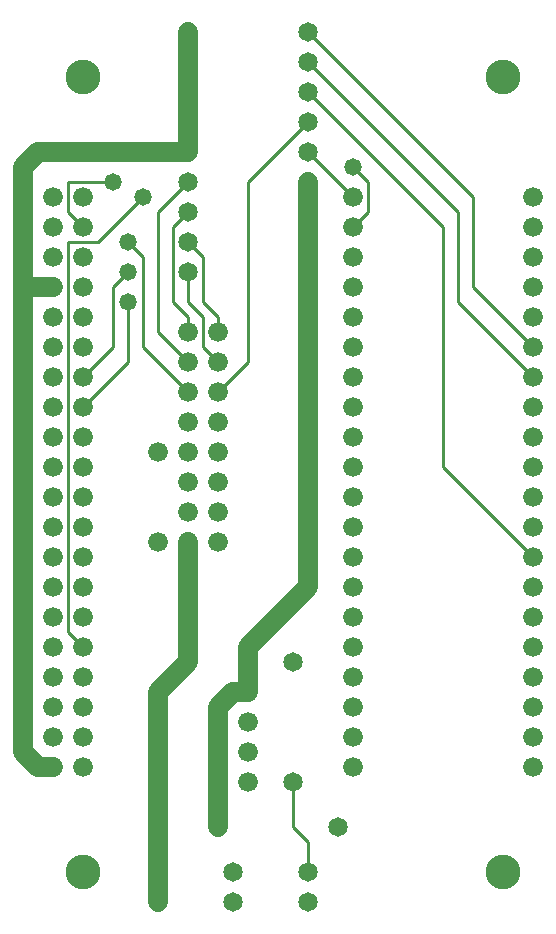
<source format=gtl>
%MOIN*%
%FSLAX25Y25*%
G04 D10 used for Character Trace; *
G04     Circle (OD=.01000) (No hole)*
G04 D11 used for Power Trace; *
G04     Circle (OD=.06700) (No hole)*
G04 D12 used for Signal Trace; *
G04     Circle (OD=.01100) (No hole)*
G04 D13 used for Via; *
G04     Circle (OD=.05800) (Round. Hole ID=.02800)*
G04 D14 used for Component hole; *
G04     Circle (OD=.06500) (Round. Hole ID=.03500)*
G04 D15 used for Component hole; *
G04     Circle (OD=.06600) (Round. Hole ID=.04200)*
G04 D16 used for Component hole; *
G04     Circle (OD=.08200) (Round. Hole ID=.05200)*
G04 D17 used for Component hole; *
G04     Circle (OD=.08950) (Round. Hole ID=.05950)*
G04 D18 used for Component hole; *
G04     Circle (OD=.11600) (Round. Hole ID=.08600)*
G04 D19 used for Component hole; *
G04     Circle (OD=.15500) (Round. Hole ID=.12500)*
G04 D20 used for Component hole; *
G04     Circle (OD=.18200) (Round. Hole ID=.15200)*
G04 D21 used for Component hole; *
G04     Circle (OD=.24300) (Round. Hole ID=.21300)*
%ADD10C,.01000*%
%ADD11C,.06700*%
%ADD12C,.01100*%
%ADD13C,.05800*%
%ADD14C,.06500*%
%ADD15C,.06600*%
%ADD16C,.08200*%
%ADD17C,.08950*%
%ADD18C,.11600*%
%ADD19C,.15500*%
%ADD20C,.18200*%
%ADD21C,.24300*%
%IPPOS*%
%LPD*%
G90*X0Y0D02*D18*X25000Y25000D03*D13*              
X50000Y15000D03*D11*Y55000D01*D15*D03*D11*        
Y65000D01*D15*D03*D11*Y75000D01*D15*D03*D11*      
Y85000D01*D15*D03*D11*X60000Y95000D01*Y135000D01* 
D15*D03*X70000Y145000D03*Y135000D03*              
X60000Y145000D03*X50000Y135000D03*                
X70000Y155000D03*X60000D03*X70000Y165000D03*      
X60000D03*X50000D03*X25000Y170000D03*Y100000D03*  
D12*X20000Y105000D01*Y235000D01*X30000D01*        
X45000Y250000D01*D13*D03*D12*X50000Y205000D02*    
Y245000D01*X60000Y195000D02*X50000Y205000D01*D15* 
X60000Y195000D03*D12*X70000D02*X65000Y200000D01*  
D15*X70000Y195000D03*D12*X65000Y200000D02*        
Y210000D01*X60000Y215000D01*Y225000D01*D14*D03*   
D12*X65000Y215000D02*Y230000D01*X70000Y210000D02* 
X65000Y215000D01*X70000Y205000D02*Y210000D01*D15* 
Y205000D03*D12*Y185000D02*X80000Y195000D01*D15*   
X70000Y185000D03*D12*X80000Y195000D02*Y255000D01* 
X100000Y275000D01*D14*D03*Y285000D03*D12*         
X145000Y240000D01*Y160000D01*X175000Y130000D01*   
D15*D03*Y140000D03*Y120000D03*Y150000D03*         
Y110000D03*Y160000D03*Y100000D03*Y170000D03*      
Y90000D03*Y180000D03*Y80000D03*X115000Y190000D03* 
Y70000D03*Y180000D03*Y170000D03*Y160000D03*       
Y150000D03*Y140000D03*X175000Y190000D03*D12*      
X150000Y215000D01*Y245000D01*X100000Y295000D01*   
D14*D03*Y305000D03*D12*X155000Y250000D01*         
Y220000D01*X175000Y200000D01*D15*D03*Y210000D03*  
Y220000D03*Y230000D03*Y240000D03*Y250000D03*D12*  
X120000Y245000D02*Y255000D01*X115000Y240000D02*   
X120000Y245000D01*D15*X115000Y240000D03*          
Y250000D03*D12*X100000Y265000D01*D14*D03*         
Y255000D03*D11*Y245000D01*D14*D03*D11*Y235000D01* 
D14*D03*D11*Y225000D01*D14*D03*D11*Y120000D01*    
X80000Y100000D01*Y85000D01*D15*D03*D11*X75000D01* 
X70000Y80000D01*Y40000D01*D14*D03*D15*            
X80000Y55000D03*D14*X75000Y25000D03*D15*          
X80000Y65000D03*D12*X100000Y35000D02*             
X95000Y40000D01*X100000Y25000D02*Y35000D01*D14*   
Y25000D03*Y15000D03*X110000Y40000D03*D12*         
X95000D02*Y55000D01*D14*D03*D15*X115000Y60000D03* 
X80000Y75000D03*X115000Y80000D03*Y90000D03*D14*   
X75000Y15000D03*X95000Y95000D03*D15*              
X115000Y100000D03*Y110000D03*Y120000D03*X25000D03*
Y110000D03*Y90000D03*D18*X165000Y25000D03*D15*    
X25000Y80000D03*Y70000D03*Y60000D03*              
X115000Y130000D03*X25000D03*X15000D03*Y120000D03* 
Y110000D03*Y100000D03*Y90000D03*Y80000D03*        
Y70000D03*Y60000D03*D11*X10000D01*X5000Y65000D01* 
Y220000D01*X15000D01*D15*D03*X25000Y210000D03*    
Y230000D03*Y220000D03*X15000Y230000D03*D11*       
X5000Y220000D02*Y260000D01*X10000Y265000D01*      
X60000D01*D14*D03*D11*Y275000D01*D14*D03*D11*     
Y285000D01*D14*D03*D11*Y295000D01*D14*D03*D11*    
Y305000D01*D14*D03*D18*X25000Y290000D03*D12*      
X20000Y245000D02*Y255000D01*X25000Y240000D02*     
X20000Y245000D01*D15*X25000Y240000D03*            
X15000Y250000D03*X25000D03*X15000Y240000D03*D13*  
X40000Y225000D03*D12*X35000Y220000D01*Y200000D01* 
X25000Y190000D01*D15*D03*X15000Y200000D03*        
Y180000D03*X25000Y200000D03*X15000Y190000D03*     
X25000Y180000D03*D12*X40000Y195000D01*Y215000D01* 
D13*D03*D12*X45000Y200000D02*Y230000D01*          
X60000Y185000D02*X45000Y200000D01*D15*            
X60000Y185000D03*X70000Y175000D03*X60000D03*      
Y205000D03*D12*Y210000D01*X55000Y215000D01*       
Y240000D01*X60000Y245000D01*D14*D03*Y255000D03*   
D12*X50000Y245000D01*D14*X60000Y235000D03*D12*    
X65000Y230000D01*X45000D02*X40000Y235000D01*D13*  
D03*D12*X20000Y255000D02*X35000D01*D13*D03*D15*   
X15000Y210000D03*X115000Y200000D03*Y210000D03*    
Y220000D03*Y230000D03*D13*Y260000D03*D12*         
X120000Y255000D01*D18*X165000Y290000D03*D15*      
X25000Y160000D03*X15000Y150000D03*X25000D03*      
X15000Y170000D03*Y160000D03*Y140000D03*X25000D03* 
X175000Y70000D03*Y60000D03*M02*                   

</source>
